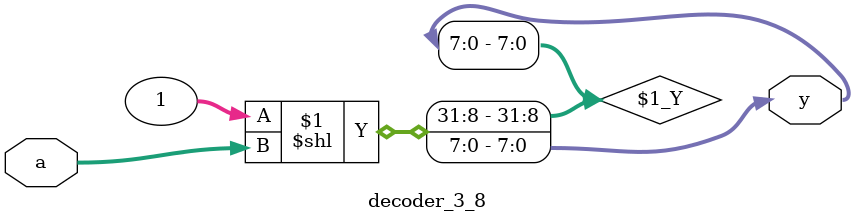
<source format=v>
module decoder_3_8(
    input [2:0] a,
    output [7:0] y
);
    assign y = 1 << a;
endmodule
</source>
